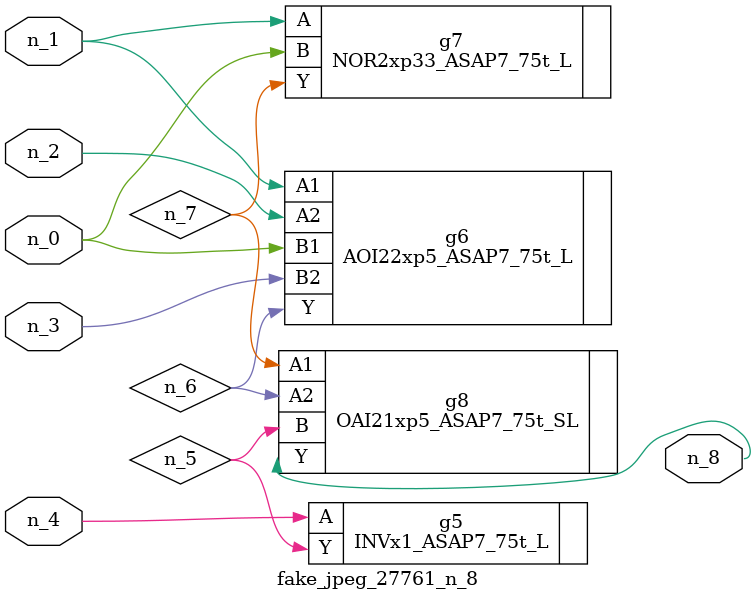
<source format=v>
module fake_jpeg_27761_n_8 (n_3, n_2, n_1, n_0, n_4, n_8);

input n_3;
input n_2;
input n_1;
input n_0;
input n_4;

output n_8;

wire n_6;
wire n_5;
wire n_7;

INVx1_ASAP7_75t_L g5 ( 
.A(n_4),
.Y(n_5)
);

AOI22xp5_ASAP7_75t_L g6 ( 
.A1(n_1),
.A2(n_2),
.B1(n_0),
.B2(n_3),
.Y(n_6)
);

NOR2xp33_ASAP7_75t_L g7 ( 
.A(n_1),
.B(n_0),
.Y(n_7)
);

OAI21xp5_ASAP7_75t_SL g8 ( 
.A1(n_7),
.A2(n_6),
.B(n_5),
.Y(n_8)
);


endmodule
</source>
